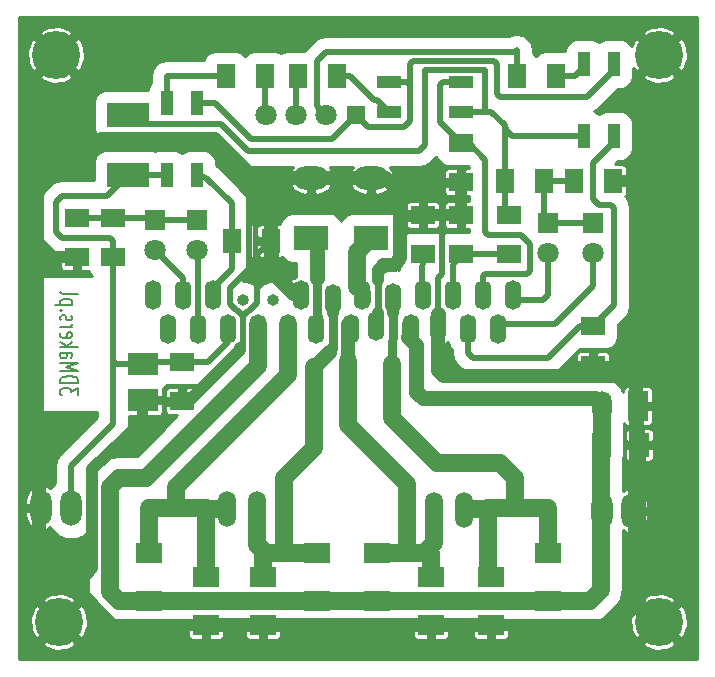
<source format=gbl>
G04 (created by PCBNEW-RS274X (2011-07-08 BZR 3044)-stable) date 2012-09-13 22:12:05*
G01*
G70*
G90*
%MOIN*%
G04 Gerber Fmt 3.4, Leading zero omitted, Abs format*
%FSLAX34Y34*%
G04 APERTURE LIST*
%ADD10C,0.006000*%
%ADD11C,0.007900*%
%ADD12R,0.140000X0.080000*%
%ADD13R,0.080000X0.060000*%
%ADD14R,0.060000X0.080000*%
%ADD15R,0.039400X0.078700*%
%ADD16R,0.078700X0.039400*%
%ADD17R,0.065000X0.100000*%
%ADD18O,0.065000X0.100000*%
%ADD19C,0.160000*%
%ADD20O,0.055100X0.098400*%
%ADD21O,0.039400X0.039400*%
%ADD22R,0.118100X0.078700*%
%ADD23O,0.118100X0.078700*%
%ADD24R,0.098400X0.076800*%
%ADD25R,0.060000X0.060000*%
%ADD26C,0.070900*%
%ADD27R,0.086600X0.070900*%
%ADD28R,0.070900X0.070900*%
%ADD29O,0.070900X0.118700*%
%ADD30O,0.059300X0.118700*%
%ADD31C,0.039400*%
%ADD32C,0.051200*%
%ADD33C,0.019700*%
%ADD34C,0.059100*%
%ADD35C,0.031500*%
%ADD36C,0.023600*%
%ADD37C,0.047200*%
%ADD38C,0.010000*%
G04 APERTURE END LIST*
G54D10*
G54D11*
X11339Y-31148D02*
X11339Y-30904D01*
X11114Y-31035D01*
X11114Y-30979D01*
X11086Y-30941D01*
X11058Y-30923D01*
X11002Y-30904D01*
X10861Y-30904D01*
X10805Y-30923D01*
X10776Y-30941D01*
X10748Y-30979D01*
X10748Y-31091D01*
X10776Y-31129D01*
X10805Y-31148D01*
X10748Y-30735D02*
X11339Y-30735D01*
X11339Y-30641D01*
X11311Y-30585D01*
X11255Y-30548D01*
X11199Y-30529D01*
X11086Y-30510D01*
X11002Y-30510D01*
X10889Y-30529D01*
X10833Y-30548D01*
X10776Y-30585D01*
X10748Y-30641D01*
X10748Y-30735D01*
X10748Y-30341D02*
X11339Y-30341D01*
X10917Y-30210D01*
X11339Y-30079D01*
X10748Y-30079D01*
X10748Y-29722D02*
X11058Y-29722D01*
X11114Y-29741D01*
X11142Y-29779D01*
X11142Y-29854D01*
X11114Y-29891D01*
X10776Y-29722D02*
X10748Y-29760D01*
X10748Y-29854D01*
X10776Y-29891D01*
X10833Y-29910D01*
X10889Y-29910D01*
X10945Y-29891D01*
X10973Y-29854D01*
X10973Y-29760D01*
X11002Y-29722D01*
X10748Y-29535D02*
X11339Y-29535D01*
X10973Y-29498D02*
X10748Y-29385D01*
X11142Y-29385D02*
X10917Y-29535D01*
X10776Y-29066D02*
X10748Y-29104D01*
X10748Y-29179D01*
X10776Y-29216D01*
X10833Y-29235D01*
X11058Y-29235D01*
X11114Y-29216D01*
X11142Y-29179D01*
X11142Y-29104D01*
X11114Y-29066D01*
X11058Y-29047D01*
X11002Y-29047D01*
X10945Y-29235D01*
X10748Y-28878D02*
X11142Y-28878D01*
X11030Y-28878D02*
X11086Y-28859D01*
X11114Y-28841D01*
X11142Y-28803D01*
X11142Y-28766D01*
X10776Y-28653D02*
X10748Y-28615D01*
X10748Y-28540D01*
X10776Y-28503D01*
X10833Y-28484D01*
X10861Y-28484D01*
X10917Y-28503D01*
X10945Y-28540D01*
X10945Y-28597D01*
X10973Y-28634D01*
X11030Y-28653D01*
X11058Y-28653D01*
X11114Y-28634D01*
X11142Y-28597D01*
X11142Y-28540D01*
X11114Y-28503D01*
X10805Y-28315D02*
X10776Y-28296D01*
X10748Y-28315D01*
X10776Y-28334D01*
X10805Y-28315D01*
X10748Y-28315D01*
X11142Y-28127D02*
X10551Y-28127D01*
X11114Y-28127D02*
X11142Y-28090D01*
X11142Y-28015D01*
X11114Y-27977D01*
X11086Y-27958D01*
X11030Y-27940D01*
X10861Y-27940D01*
X10805Y-27958D01*
X10776Y-27977D01*
X10748Y-28015D01*
X10748Y-28090D01*
X10776Y-28127D01*
X10748Y-27715D02*
X10776Y-27752D01*
X10833Y-27771D01*
X11339Y-27771D01*
G54D12*
X13000Y-21800D03*
X13000Y-23800D03*
G54D13*
X25700Y-25150D03*
X25700Y-26450D03*
X22824Y-26444D03*
X22824Y-25144D03*
X24100Y-26450D03*
X24100Y-25150D03*
G54D14*
X17550Y-20500D03*
X16250Y-20500D03*
X18650Y-20500D03*
X19950Y-20500D03*
X25950Y-20500D03*
X27250Y-20500D03*
G54D13*
X28500Y-28850D03*
X28500Y-30150D03*
X24100Y-22750D03*
X24100Y-24050D03*
G54D14*
X16450Y-26000D03*
X17750Y-26000D03*
G54D15*
X28200Y-20100D03*
X29200Y-20100D03*
X29200Y-22500D03*
X28200Y-22500D03*
G54D16*
X21700Y-21700D03*
X21700Y-20700D03*
X24100Y-20700D03*
X24100Y-21700D03*
G54D15*
X14300Y-21400D03*
X15300Y-21400D03*
X15300Y-23800D03*
X14300Y-23800D03*
G54D17*
X30000Y-31500D03*
G54D18*
X28800Y-31500D03*
G54D19*
X10600Y-19800D03*
X30700Y-19800D03*
X30700Y-38700D03*
X10700Y-38700D03*
G54D20*
X13840Y-27813D03*
X14340Y-28927D03*
X14840Y-27813D03*
X15340Y-28927D03*
X15840Y-27813D03*
X16340Y-28927D03*
G54D21*
X16840Y-27970D03*
G54D20*
X17340Y-28927D03*
G54D21*
X17840Y-27970D03*
G54D20*
X18340Y-28927D03*
X18761Y-27813D03*
X19261Y-28927D03*
X19840Y-27930D03*
X20419Y-28927D03*
X20801Y-27813D03*
X21261Y-28848D03*
X21840Y-27892D03*
X22419Y-28927D03*
X22840Y-27813D03*
X23340Y-28848D03*
X23840Y-27813D03*
X24340Y-28927D03*
X24840Y-27813D03*
X25340Y-28927D03*
X25840Y-27813D03*
G54D22*
X19100Y-25900D03*
G54D23*
X19100Y-23900D03*
G54D22*
X21100Y-25900D03*
G54D23*
X21100Y-23900D03*
G54D24*
X13500Y-30100D03*
X13500Y-31300D03*
G54D25*
X20600Y-21800D03*
G54D26*
X19600Y-21800D03*
X18600Y-21800D03*
X17600Y-21800D03*
G54D13*
X12500Y-26550D03*
X12500Y-25250D03*
G54D14*
X30050Y-32800D03*
X28750Y-32800D03*
G54D13*
X14800Y-30050D03*
X14800Y-31350D03*
G54D27*
X25100Y-38790D03*
X25100Y-37210D03*
X27000Y-36410D03*
X27000Y-37990D03*
X21300Y-36410D03*
X21300Y-37990D03*
X19300Y-36410D03*
X19300Y-37990D03*
X17500Y-38790D03*
X17500Y-37210D03*
X13700Y-36410D03*
X13700Y-37990D03*
X15600Y-38790D03*
X15600Y-37210D03*
X23100Y-37210D03*
X23100Y-38790D03*
G54D28*
X13900Y-25300D03*
G54D26*
X13900Y-26300D03*
G54D28*
X15300Y-25300D03*
G54D26*
X15300Y-26300D03*
G54D28*
X28500Y-25400D03*
G54D26*
X28500Y-26400D03*
G54D28*
X27000Y-25400D03*
G54D26*
X27000Y-26400D03*
G54D14*
X27850Y-24000D03*
X29150Y-24000D03*
X25550Y-24000D03*
X26850Y-24000D03*
G54D13*
X11300Y-25250D03*
X11300Y-26550D03*
G54D29*
X28800Y-35000D03*
X29800Y-35000D03*
X10100Y-34900D03*
X11100Y-34900D03*
G54D30*
X16307Y-34935D03*
X17307Y-34935D03*
X23186Y-34959D03*
X24186Y-34959D03*
G54D31*
X22340Y-28770D02*
X22340Y-29220D01*
G54D32*
X22340Y-29220D02*
X22594Y-29474D01*
X22594Y-29474D02*
X22594Y-31024D01*
X22594Y-31024D02*
X22824Y-31254D01*
X22824Y-31254D02*
X28554Y-31254D01*
X28554Y-31254D02*
X28800Y-31500D01*
G54D33*
X28800Y-35000D02*
X28800Y-36000D01*
X28800Y-36000D02*
X28750Y-36000D01*
G54D34*
X19300Y-37990D02*
X13700Y-37990D01*
X28410Y-37990D02*
X27000Y-37990D01*
X28750Y-37650D02*
X28410Y-37990D01*
X28750Y-32800D02*
X28750Y-34950D01*
X28750Y-34950D02*
X28800Y-31500D01*
X28800Y-31500D02*
X28800Y-31500D01*
X12690Y-37990D02*
X13700Y-37990D01*
X12400Y-37700D02*
X12690Y-37990D01*
X12400Y-34200D02*
X12400Y-37700D01*
X12700Y-33900D02*
X12400Y-34200D01*
X13600Y-33900D02*
X12700Y-33900D01*
X27000Y-37990D02*
X21300Y-37990D01*
X21300Y-37990D02*
X19300Y-37990D01*
X17340Y-28770D02*
X17340Y-30160D01*
X17340Y-30160D02*
X13600Y-33900D01*
X28750Y-32800D02*
X28750Y-36000D01*
X28750Y-36000D02*
X28750Y-37650D01*
X17307Y-34935D02*
X17307Y-36127D01*
X17307Y-36127D02*
X17590Y-36410D01*
G54D32*
X19695Y-29705D02*
X19200Y-30200D01*
G54D34*
X17500Y-36500D02*
X17590Y-36410D01*
X17500Y-37210D02*
X17500Y-36500D01*
X17590Y-36410D02*
X18010Y-36410D01*
X18010Y-36410D02*
X19300Y-36410D01*
G54D31*
X19836Y-28400D02*
X19840Y-28400D01*
X19800Y-29600D02*
X19695Y-29705D01*
X19840Y-28396D02*
X19836Y-28400D01*
G54D35*
X19840Y-28400D02*
X19840Y-29560D01*
G54D31*
X19840Y-27970D02*
X19840Y-28396D01*
G54D36*
X19840Y-29560D02*
X19800Y-29600D01*
G54D34*
X18200Y-36220D02*
X18010Y-36410D01*
X18200Y-33900D02*
X18200Y-36220D01*
X19200Y-32900D02*
X18200Y-33900D01*
X19200Y-30200D02*
X19200Y-32900D01*
X16307Y-34935D02*
X15635Y-34935D01*
X15635Y-34935D02*
X15600Y-34900D01*
X14600Y-34200D02*
X14600Y-34900D01*
X18340Y-30460D02*
X14600Y-34200D01*
X18340Y-28770D02*
X18340Y-30460D01*
X15600Y-34900D02*
X15600Y-35000D01*
X15600Y-35000D02*
X15600Y-34900D01*
X15600Y-34900D02*
X14600Y-34900D01*
X14600Y-34900D02*
X13700Y-34900D01*
X13700Y-34900D02*
X13700Y-36410D01*
X15600Y-37210D02*
X15600Y-34900D01*
X25000Y-34935D02*
X24210Y-34935D01*
X24210Y-34935D02*
X24186Y-34959D01*
X21799Y-30099D02*
X21799Y-31893D01*
X21799Y-31893D02*
X21796Y-31896D01*
X21796Y-31896D02*
X23300Y-33400D01*
G54D35*
X21840Y-28400D02*
X21799Y-30216D01*
G54D34*
X25400Y-33400D02*
X25900Y-33900D01*
G54D31*
X21840Y-28400D02*
X21840Y-27970D01*
G54D34*
X25900Y-33900D02*
X25900Y-34900D01*
G54D35*
X21800Y-29500D02*
X21799Y-30099D01*
G54D34*
X23300Y-33400D02*
X25400Y-33400D01*
G54D35*
X21799Y-30216D02*
X21800Y-29500D01*
G54D34*
X25900Y-34900D02*
X27000Y-34900D01*
X27000Y-34900D02*
X27000Y-36410D01*
X25000Y-37110D02*
X25100Y-37210D01*
X25000Y-34900D02*
X25000Y-34935D01*
X25000Y-34935D02*
X25000Y-37110D01*
X25000Y-34900D02*
X25900Y-34900D01*
X23186Y-34959D02*
X23186Y-36075D01*
X23186Y-36075D02*
X22851Y-36410D01*
X22300Y-34100D02*
X22300Y-36410D01*
X22300Y-36410D02*
X22851Y-36410D01*
X22851Y-36410D02*
X23090Y-36410D01*
X23090Y-36410D02*
X23100Y-36420D01*
X23100Y-36420D02*
X23100Y-37210D01*
X21300Y-36410D02*
X22300Y-36410D01*
X20340Y-32140D02*
X20340Y-30008D01*
G54D37*
X20340Y-28770D02*
X20340Y-30008D01*
G54D34*
X20340Y-32140D02*
X22300Y-34100D01*
G54D33*
X24840Y-27160D02*
X24900Y-27100D01*
X24900Y-25700D02*
X24900Y-23300D01*
X26400Y-26100D02*
X26100Y-25800D01*
X26100Y-25800D02*
X25000Y-25800D01*
X25000Y-25800D02*
X24900Y-25700D01*
X26400Y-27000D02*
X26400Y-26100D01*
X24900Y-23300D02*
X24350Y-22750D01*
X24350Y-22750D02*
X24100Y-22750D01*
X24840Y-27970D02*
X24840Y-27160D01*
X23500Y-20700D02*
X23400Y-20800D01*
X23400Y-20800D02*
X23400Y-22050D01*
X23400Y-22050D02*
X24100Y-22750D01*
X24100Y-20700D02*
X23500Y-20700D01*
X24900Y-27100D02*
X26300Y-27100D01*
X26300Y-27100D02*
X26400Y-27000D01*
X15300Y-23800D02*
X15600Y-23900D01*
X15840Y-27970D02*
X15840Y-27560D01*
X15600Y-23900D02*
X16450Y-24750D01*
X16450Y-26950D02*
X16450Y-26000D01*
X15840Y-27560D02*
X16450Y-26950D01*
X16450Y-24750D02*
X16450Y-26000D01*
G54D32*
X19296Y-27228D02*
X19296Y-26096D01*
G54D35*
X19340Y-28494D02*
X19296Y-28450D01*
X19296Y-28450D02*
X19296Y-27228D01*
X19340Y-28770D02*
X19340Y-28494D01*
G54D32*
X19296Y-26096D02*
X19100Y-25900D01*
G54D35*
X19296Y-26096D02*
X19100Y-25900D01*
G54D34*
X19340Y-26140D02*
X19100Y-25900D01*
G54D31*
X19340Y-26140D02*
X19100Y-25900D01*
X19340Y-26140D02*
X19100Y-25900D01*
G54D32*
X20840Y-27970D02*
X20840Y-27730D01*
X20840Y-27730D02*
X20644Y-27534D01*
G54D34*
X20644Y-27534D02*
X20644Y-26356D01*
X20644Y-26356D02*
X21100Y-25900D01*
G54D33*
X21000Y-22200D02*
X20600Y-21800D01*
X29200Y-20100D02*
X29200Y-20300D01*
X15900Y-21400D02*
X17100Y-22600D01*
X22500Y-20000D02*
X22400Y-20100D01*
X22400Y-20900D02*
X22400Y-22000D01*
X22300Y-20700D02*
X22400Y-20800D01*
X25400Y-21200D02*
X25300Y-21100D01*
X25300Y-20100D02*
X25200Y-20000D01*
X22400Y-20800D02*
X22400Y-20900D01*
X22400Y-22000D02*
X22200Y-22200D01*
X22400Y-20100D02*
X22400Y-20900D01*
X22200Y-22200D02*
X21000Y-22200D01*
X19800Y-22600D02*
X20600Y-21800D01*
X21700Y-20700D02*
X22300Y-20700D01*
X15300Y-21400D02*
X15900Y-21400D01*
X29200Y-20300D02*
X28300Y-21200D01*
X28300Y-21200D02*
X25400Y-21200D01*
X17100Y-22600D02*
X19800Y-22600D01*
X25300Y-21100D02*
X25300Y-20100D01*
X25200Y-20000D02*
X22500Y-20000D01*
G54D32*
X17750Y-26000D02*
X17750Y-27010D01*
X18484Y-27744D02*
X18484Y-27724D01*
X17750Y-27010D02*
X18484Y-27744D01*
G54D31*
X18840Y-27970D02*
X18730Y-27970D01*
X18730Y-27970D02*
X18484Y-27724D01*
G54D32*
X23340Y-28770D02*
X23340Y-28428D01*
X23336Y-28424D02*
X23340Y-28424D01*
X23340Y-28428D02*
X23336Y-28424D01*
G54D31*
X14800Y-31350D02*
X15039Y-31350D01*
X16745Y-29644D02*
X16745Y-29585D01*
X15039Y-31350D02*
X16745Y-29644D01*
G54D33*
X16842Y-28492D02*
X16816Y-28492D01*
X17044Y-26934D02*
X17044Y-23744D01*
X16400Y-27578D02*
X17044Y-26934D01*
X16400Y-28106D02*
X16400Y-27578D01*
X16610Y-28316D02*
X16400Y-28106D01*
X16640Y-28316D02*
X16610Y-28316D01*
X16816Y-28492D02*
X16640Y-28316D01*
X16842Y-28612D02*
X16842Y-28492D01*
X16842Y-29488D02*
X16842Y-28612D01*
X16745Y-29585D02*
X16842Y-29488D01*
X17308Y-26442D02*
X17750Y-26000D01*
X17308Y-28068D02*
X17308Y-26442D01*
X17040Y-28336D02*
X17308Y-28068D01*
X16998Y-28336D02*
X17040Y-28336D01*
X16842Y-28492D02*
X16998Y-28336D01*
X23340Y-28424D02*
X23340Y-27226D01*
X23462Y-27104D02*
X23462Y-25142D01*
X23340Y-27226D02*
X23462Y-27104D01*
X14800Y-31350D02*
X13550Y-31350D01*
G54D31*
X11803Y-36897D02*
X11250Y-37550D01*
X11803Y-33597D02*
X11803Y-36897D01*
X13400Y-32100D02*
X11803Y-33597D01*
G54D33*
X13400Y-31500D02*
X13400Y-32100D01*
X13550Y-31350D02*
X13400Y-31500D01*
G54D31*
X12100Y-22600D02*
X10200Y-22600D01*
X10200Y-22600D02*
X10000Y-22800D01*
X10000Y-22800D02*
X10000Y-27100D01*
X10000Y-27100D02*
X10000Y-31800D01*
X12490Y-38790D02*
X15600Y-38790D01*
X10000Y-31800D02*
X10000Y-36300D01*
X10000Y-36300D02*
X11250Y-37550D01*
X11250Y-37550D02*
X12490Y-38790D01*
X24100Y-25150D02*
X23462Y-25142D01*
X23462Y-25142D02*
X22824Y-25144D01*
X22824Y-25144D02*
X22950Y-25200D01*
X22950Y-25200D02*
X22060Y-25170D01*
X11300Y-26550D02*
X10550Y-26550D01*
X29150Y-24000D02*
X29800Y-24000D01*
X29800Y-24000D02*
X29900Y-24100D01*
X29900Y-24100D02*
X29900Y-30500D01*
X21340Y-27300D02*
X21340Y-26960D01*
X21340Y-26960D02*
X21500Y-26800D01*
X21340Y-28400D02*
X21340Y-28770D01*
G54D36*
X21340Y-28400D02*
X21340Y-27300D01*
X21340Y-26960D02*
X21500Y-26800D01*
G54D37*
X21500Y-26800D02*
X21900Y-26800D01*
X21900Y-26800D02*
X22060Y-26570D01*
X22060Y-26570D02*
X22060Y-25170D01*
X22060Y-25170D02*
X22034Y-24374D01*
X22034Y-24374D02*
X21600Y-23900D01*
X21600Y-23900D02*
X21100Y-23900D01*
X12100Y-22600D02*
X12100Y-22600D01*
X15900Y-22600D02*
X17044Y-23744D01*
X12100Y-22600D02*
X13800Y-22600D01*
X13800Y-22600D02*
X15900Y-22600D01*
X17044Y-23744D02*
X17750Y-24450D01*
X17750Y-26000D02*
X17750Y-24450D01*
X17750Y-24450D02*
X17750Y-24050D01*
X15600Y-38790D02*
X17500Y-38790D01*
X17500Y-38790D02*
X23100Y-38790D01*
X23100Y-38790D02*
X25100Y-38790D01*
X19100Y-23900D02*
X21100Y-23900D01*
X17750Y-24050D02*
X17900Y-23900D01*
G54D31*
X29310Y-38790D02*
X30050Y-38050D01*
X25100Y-38790D02*
X29310Y-38790D01*
X30050Y-34950D02*
X30000Y-31500D01*
X30050Y-32800D02*
X30050Y-34950D01*
X29900Y-34800D02*
X30000Y-31500D01*
X29900Y-30500D02*
X29900Y-34800D01*
G54D37*
X23500Y-30500D02*
X29900Y-30500D01*
X23340Y-28770D02*
X23340Y-30340D01*
X23340Y-30340D02*
X23500Y-30500D01*
G54D31*
X24100Y-24050D02*
X24100Y-25150D01*
X10550Y-26550D02*
X10000Y-27100D01*
X30050Y-38050D02*
X30050Y-32800D01*
G54D37*
X17900Y-23900D02*
X19100Y-23900D01*
G54D33*
X15340Y-28770D02*
X15340Y-26340D01*
X15340Y-26340D02*
X15300Y-26300D01*
X19300Y-20000D02*
X19300Y-21500D01*
X19300Y-21500D02*
X19600Y-21800D01*
X19600Y-19700D02*
X19300Y-20000D01*
X25950Y-20500D02*
X25950Y-19650D01*
X25900Y-19700D02*
X19600Y-19700D01*
X25950Y-19650D02*
X25900Y-19700D01*
X17550Y-20500D02*
X17550Y-21750D01*
X17550Y-21750D02*
X17600Y-21800D01*
X14840Y-27240D02*
X13900Y-26300D01*
X14840Y-27970D02*
X14840Y-27240D01*
X11300Y-25250D02*
X12500Y-25250D01*
X13850Y-25250D02*
X13900Y-25300D01*
X12500Y-25250D02*
X13850Y-25250D01*
X15300Y-25300D02*
X13900Y-25300D01*
X26830Y-27970D02*
X27000Y-27800D01*
X27000Y-27800D02*
X27000Y-26400D01*
X25840Y-27970D02*
X26830Y-27970D01*
X22778Y-27908D02*
X22840Y-27970D01*
X22824Y-26444D02*
X22778Y-27908D01*
X29200Y-28150D02*
X28500Y-28850D01*
X24500Y-29900D02*
X27000Y-29900D01*
X29100Y-24800D02*
X29200Y-24900D01*
X28700Y-24800D02*
X29100Y-24800D01*
X24340Y-29740D02*
X24500Y-29900D01*
X28500Y-23400D02*
X28500Y-24600D01*
X29200Y-22700D02*
X28500Y-23400D01*
X27000Y-29900D02*
X28050Y-28850D01*
X24340Y-28770D02*
X24340Y-29740D01*
X29200Y-24900D02*
X29200Y-28150D01*
X28050Y-28850D02*
X28500Y-28850D01*
X28500Y-24600D02*
X28700Y-24800D01*
X29200Y-22500D02*
X29200Y-22700D01*
X19950Y-20500D02*
X20400Y-20500D01*
X20400Y-20500D02*
X21200Y-21300D01*
X21200Y-21300D02*
X21300Y-21300D01*
X21300Y-21300D02*
X21700Y-21700D01*
X27250Y-20500D02*
X27900Y-20500D01*
X28200Y-20200D02*
X28200Y-20100D01*
X27900Y-20500D02*
X28200Y-20200D01*
X28500Y-27500D02*
X28500Y-26400D01*
X27230Y-28770D02*
X28500Y-27500D01*
X25340Y-28770D02*
X27230Y-28770D01*
X18600Y-20550D02*
X18650Y-20500D01*
X18600Y-21800D02*
X18600Y-20550D01*
X14300Y-20500D02*
X14300Y-21400D01*
X16250Y-20500D02*
X14300Y-20500D01*
X27000Y-25400D02*
X28500Y-25400D01*
X26850Y-24000D02*
X26850Y-25250D01*
X27850Y-24000D02*
X26850Y-24000D01*
X26850Y-25250D02*
X27000Y-25400D01*
X23840Y-26810D02*
X23840Y-27970D01*
X24100Y-26450D02*
X23840Y-26810D01*
X25700Y-26450D02*
X24100Y-26450D01*
X13500Y-22100D02*
X13000Y-21800D01*
X13500Y-30100D02*
X12600Y-30100D01*
X12600Y-30100D02*
X12500Y-30000D01*
X14800Y-30050D02*
X13550Y-30050D01*
X13550Y-30050D02*
X13500Y-30100D01*
X16340Y-28770D02*
X16340Y-29360D01*
X15650Y-30050D02*
X14800Y-30050D01*
X16340Y-29360D02*
X15650Y-30050D01*
X12500Y-30000D02*
X12500Y-32100D01*
X12500Y-32100D02*
X11100Y-33500D01*
X11100Y-33500D02*
X11100Y-34900D01*
X25800Y-22500D02*
X25550Y-22250D01*
X24100Y-21700D02*
X24900Y-21700D01*
X24900Y-21700D02*
X25100Y-21700D01*
X12500Y-26550D02*
X12500Y-30000D01*
X25550Y-22250D02*
X25550Y-24000D01*
X25100Y-21700D02*
X25550Y-22150D01*
X25550Y-24000D02*
X25550Y-25000D01*
X25550Y-25000D02*
X25700Y-25150D01*
X28200Y-22500D02*
X25800Y-22500D01*
X22900Y-20300D02*
X22900Y-22800D01*
X22900Y-22800D02*
X22700Y-23000D01*
X22700Y-23000D02*
X17000Y-23000D01*
X17000Y-23000D02*
X16100Y-22100D01*
X24900Y-21700D02*
X24900Y-20300D01*
X12500Y-26000D02*
X12400Y-25900D01*
X12400Y-25900D02*
X10800Y-25900D01*
X10800Y-25900D02*
X10600Y-25700D01*
X10600Y-25700D02*
X10600Y-24700D01*
X10600Y-24700D02*
X10800Y-24500D01*
X10800Y-24500D02*
X12300Y-24500D01*
X12300Y-24500D02*
X13000Y-23800D01*
X12500Y-26550D02*
X12500Y-26000D01*
X13200Y-23800D02*
X13000Y-23800D01*
X14300Y-23800D02*
X13200Y-23800D01*
X24900Y-20300D02*
X22900Y-20300D01*
X25550Y-22150D02*
X25550Y-22250D01*
X16100Y-22100D02*
X13500Y-22100D01*
G54D10*
G36*
X15998Y-30456D02*
X15368Y-31086D01*
X15368Y-31017D01*
X15343Y-30955D01*
X15295Y-30908D01*
X15234Y-30882D01*
X15167Y-30882D01*
X14949Y-30882D01*
X14907Y-30924D01*
X14907Y-31193D01*
X14907Y-31243D01*
X14907Y-31457D01*
X14693Y-31457D01*
X14693Y-31243D01*
X14693Y-30924D01*
X14651Y-30882D01*
X14433Y-30882D01*
X14366Y-30882D01*
X14305Y-30908D01*
X14257Y-30955D01*
X14232Y-31017D01*
X14232Y-31201D01*
X14274Y-31243D01*
X14693Y-31243D01*
X14693Y-31457D01*
X14643Y-31457D01*
X14274Y-31457D01*
X14232Y-31499D01*
X14232Y-31683D01*
X14257Y-31745D01*
X14305Y-31792D01*
X14366Y-31818D01*
X14433Y-31818D01*
X14636Y-31818D01*
X14160Y-32294D01*
X14160Y-31717D01*
X14160Y-31449D01*
X14118Y-31407D01*
X13607Y-31407D01*
X13607Y-31810D01*
X13649Y-31852D01*
X13959Y-31852D01*
X14026Y-31852D01*
X14087Y-31826D01*
X14135Y-31779D01*
X14160Y-31717D01*
X14160Y-32294D01*
X13293Y-33161D01*
X12700Y-33161D01*
X12417Y-33217D01*
X12177Y-33377D01*
X12175Y-33379D01*
X11877Y-33677D01*
X11717Y-33917D01*
X11677Y-34111D01*
X11642Y-34076D01*
X11642Y-33724D01*
X12883Y-32484D01*
X12883Y-32483D01*
X13000Y-32309D01*
X13000Y-32308D01*
X13001Y-32307D01*
X13041Y-32101D01*
X13042Y-32100D01*
X13042Y-31852D01*
X13351Y-31852D01*
X13393Y-31810D01*
X13393Y-31457D01*
X13393Y-31407D01*
X13393Y-31193D01*
X13607Y-31193D01*
X13657Y-31193D01*
X14118Y-31193D01*
X14160Y-31151D01*
X14160Y-30894D01*
X14243Y-30860D01*
X14310Y-30792D01*
X14312Y-30793D01*
X14488Y-30793D01*
X15288Y-30793D01*
X15451Y-30726D01*
X15575Y-30601D01*
X15578Y-30592D01*
X15650Y-30592D01*
X15857Y-30551D01*
X15858Y-30551D01*
X15998Y-30456D01*
X15998Y-30456D01*
G37*
G54D38*
X15998Y-30456D02*
X15368Y-31086D01*
X15368Y-31017D01*
X15343Y-30955D01*
X15295Y-30908D01*
X15234Y-30882D01*
X15167Y-30882D01*
X14949Y-30882D01*
X14907Y-30924D01*
X14907Y-31193D01*
X14907Y-31243D01*
X14907Y-31457D01*
X14693Y-31457D01*
X14693Y-31243D01*
X14693Y-30924D01*
X14651Y-30882D01*
X14433Y-30882D01*
X14366Y-30882D01*
X14305Y-30908D01*
X14257Y-30955D01*
X14232Y-31017D01*
X14232Y-31201D01*
X14274Y-31243D01*
X14693Y-31243D01*
X14693Y-31457D01*
X14643Y-31457D01*
X14274Y-31457D01*
X14232Y-31499D01*
X14232Y-31683D01*
X14257Y-31745D01*
X14305Y-31792D01*
X14366Y-31818D01*
X14433Y-31818D01*
X14636Y-31818D01*
X14160Y-32294D01*
X14160Y-31717D01*
X14160Y-31449D01*
X14118Y-31407D01*
X13607Y-31407D01*
X13607Y-31810D01*
X13649Y-31852D01*
X13959Y-31852D01*
X14026Y-31852D01*
X14087Y-31826D01*
X14135Y-31779D01*
X14160Y-31717D01*
X14160Y-32294D01*
X13293Y-33161D01*
X12700Y-33161D01*
X12417Y-33217D01*
X12177Y-33377D01*
X12175Y-33379D01*
X11877Y-33677D01*
X11717Y-33917D01*
X11677Y-34111D01*
X11642Y-34076D01*
X11642Y-33724D01*
X12883Y-32484D01*
X12883Y-32483D01*
X13000Y-32309D01*
X13000Y-32308D01*
X13001Y-32307D01*
X13041Y-32101D01*
X13042Y-32100D01*
X13042Y-31852D01*
X13351Y-31852D01*
X13393Y-31810D01*
X13393Y-31457D01*
X13393Y-31407D01*
X13393Y-31193D01*
X13607Y-31193D01*
X13657Y-31193D01*
X14118Y-31193D01*
X14160Y-31151D01*
X14160Y-30894D01*
X14243Y-30860D01*
X14310Y-30792D01*
X14312Y-30793D01*
X14488Y-30793D01*
X15288Y-30793D01*
X15451Y-30726D01*
X15575Y-30601D01*
X15578Y-30592D01*
X15650Y-30592D01*
X15857Y-30551D01*
X15858Y-30551D01*
X15998Y-30456D01*
G54D10*
G36*
X22040Y-26976D02*
X21980Y-26952D01*
X21700Y-26952D01*
X21441Y-27059D01*
X21383Y-27116D01*
X21383Y-26736D01*
X21778Y-26736D01*
X21941Y-26669D01*
X21981Y-26628D01*
X21981Y-26832D01*
X22040Y-26976D01*
X22040Y-26976D01*
G37*
G54D38*
X22040Y-26976D02*
X21980Y-26952D01*
X21700Y-26952D01*
X21441Y-27059D01*
X21383Y-27116D01*
X21383Y-26736D01*
X21778Y-26736D01*
X21941Y-26669D01*
X21981Y-26628D01*
X21981Y-26832D01*
X22040Y-26976D01*
G54D10*
G36*
X31950Y-39950D02*
X31660Y-39950D01*
X31660Y-38820D01*
X31660Y-19920D01*
X31633Y-19544D01*
X31541Y-19321D01*
X31425Y-19226D01*
X31274Y-19377D01*
X31274Y-19075D01*
X31179Y-18959D01*
X30820Y-18840D01*
X30444Y-18867D01*
X30221Y-18959D01*
X30126Y-19075D01*
X30700Y-19649D01*
X31274Y-19075D01*
X31274Y-19377D01*
X30851Y-19800D01*
X31425Y-20374D01*
X31541Y-20279D01*
X31660Y-19920D01*
X31660Y-38820D01*
X31633Y-38444D01*
X31541Y-38221D01*
X31425Y-38126D01*
X31274Y-38277D01*
X31274Y-37975D01*
X31274Y-20525D01*
X30700Y-19951D01*
X30549Y-20102D01*
X30549Y-19800D01*
X29975Y-19226D01*
X29859Y-19321D01*
X29795Y-19511D01*
X29773Y-19456D01*
X29648Y-19332D01*
X29485Y-19264D01*
X29309Y-19264D01*
X28915Y-19264D01*
X28752Y-19331D01*
X28699Y-19383D01*
X28648Y-19332D01*
X28485Y-19264D01*
X28309Y-19264D01*
X27915Y-19264D01*
X27752Y-19331D01*
X27628Y-19456D01*
X27560Y-19619D01*
X27560Y-19657D01*
X27462Y-19657D01*
X26862Y-19657D01*
X26699Y-19724D01*
X26600Y-19823D01*
X26501Y-19725D01*
X26492Y-19721D01*
X26492Y-19650D01*
X26451Y-19443D01*
X26333Y-19267D01*
X26157Y-19149D01*
X25950Y-19108D01*
X25743Y-19149D01*
X25729Y-19158D01*
X19600Y-19158D01*
X19393Y-19199D01*
X19217Y-19317D01*
X18917Y-19617D01*
X18890Y-19657D01*
X18862Y-19657D01*
X18262Y-19657D01*
X18099Y-19724D01*
X18098Y-19724D01*
X17938Y-19657D01*
X17762Y-19657D01*
X17162Y-19657D01*
X16999Y-19724D01*
X16900Y-19823D01*
X16801Y-19725D01*
X16638Y-19657D01*
X16462Y-19657D01*
X15862Y-19657D01*
X15699Y-19724D01*
X15575Y-19849D01*
X15529Y-19958D01*
X14300Y-19958D01*
X14093Y-19999D01*
X13917Y-20117D01*
X13799Y-20293D01*
X13758Y-20500D01*
X13758Y-20725D01*
X13728Y-20756D01*
X13660Y-20919D01*
X13660Y-20957D01*
X13612Y-20957D01*
X12212Y-20957D01*
X12049Y-21024D01*
X11925Y-21149D01*
X11857Y-21312D01*
X11857Y-21488D01*
X11857Y-22288D01*
X11924Y-22451D01*
X12049Y-22575D01*
X12212Y-22643D01*
X12388Y-22643D01*
X13788Y-22643D01*
X13790Y-22642D01*
X15875Y-22642D01*
X16616Y-23383D01*
X16617Y-23383D01*
X16734Y-23461D01*
X16792Y-23500D01*
X16793Y-23501D01*
X16999Y-23541D01*
X17000Y-23542D01*
X18483Y-23542D01*
X18388Y-23684D01*
X18377Y-23708D01*
X18396Y-23793D01*
X18943Y-23793D01*
X18993Y-23793D01*
X19207Y-23793D01*
X19257Y-23793D01*
X19804Y-23793D01*
X19823Y-23708D01*
X19812Y-23684D01*
X19716Y-23542D01*
X20483Y-23542D01*
X20388Y-23684D01*
X20377Y-23708D01*
X20396Y-23793D01*
X20943Y-23793D01*
X20993Y-23793D01*
X21207Y-23793D01*
X21257Y-23793D01*
X21804Y-23793D01*
X21823Y-23708D01*
X21812Y-23684D01*
X21716Y-23542D01*
X22700Y-23542D01*
X22907Y-23501D01*
X22908Y-23501D01*
X23083Y-23383D01*
X23277Y-23189D01*
X23324Y-23301D01*
X23449Y-23425D01*
X23612Y-23493D01*
X23788Y-23493D01*
X24326Y-23493D01*
X24358Y-23524D01*
X24358Y-23582D01*
X24249Y-23582D01*
X24207Y-23624D01*
X24207Y-23893D01*
X24207Y-23943D01*
X24207Y-24157D01*
X24207Y-24207D01*
X24207Y-24476D01*
X24249Y-24518D01*
X24358Y-24518D01*
X24358Y-24682D01*
X24249Y-24682D01*
X24207Y-24724D01*
X24207Y-24993D01*
X24207Y-25043D01*
X24207Y-25257D01*
X24207Y-25307D01*
X24207Y-25576D01*
X24249Y-25618D01*
X24358Y-25618D01*
X24358Y-25700D01*
X24359Y-25707D01*
X23993Y-25707D01*
X23993Y-25576D01*
X23993Y-25257D01*
X23993Y-25043D01*
X23993Y-24724D01*
X23993Y-24476D01*
X23993Y-24157D01*
X23993Y-23943D01*
X23993Y-23624D01*
X23951Y-23582D01*
X23733Y-23582D01*
X23666Y-23582D01*
X23605Y-23608D01*
X23557Y-23655D01*
X23532Y-23717D01*
X23532Y-23901D01*
X23574Y-23943D01*
X23993Y-23943D01*
X23993Y-24157D01*
X23574Y-24157D01*
X23532Y-24199D01*
X23532Y-24383D01*
X23557Y-24445D01*
X23605Y-24492D01*
X23666Y-24518D01*
X23733Y-24518D01*
X23951Y-24518D01*
X23993Y-24476D01*
X23993Y-24724D01*
X23951Y-24682D01*
X23733Y-24682D01*
X23666Y-24682D01*
X23605Y-24708D01*
X23557Y-24755D01*
X23532Y-24817D01*
X23532Y-25001D01*
X23574Y-25043D01*
X23993Y-25043D01*
X23993Y-25257D01*
X23574Y-25257D01*
X23532Y-25299D01*
X23532Y-25483D01*
X23557Y-25545D01*
X23605Y-25592D01*
X23666Y-25618D01*
X23733Y-25618D01*
X23951Y-25618D01*
X23993Y-25576D01*
X23993Y-25707D01*
X23612Y-25707D01*
X23468Y-25766D01*
X23392Y-25734D01*
X23392Y-25477D01*
X23392Y-25293D01*
X23392Y-24995D01*
X23392Y-24811D01*
X23367Y-24749D01*
X23319Y-24702D01*
X23258Y-24676D01*
X23191Y-24676D01*
X22973Y-24676D01*
X22931Y-24718D01*
X22931Y-25037D01*
X23350Y-25037D01*
X23392Y-24995D01*
X23392Y-25293D01*
X23350Y-25251D01*
X22931Y-25251D01*
X22931Y-25570D01*
X22973Y-25612D01*
X23191Y-25612D01*
X23258Y-25612D01*
X23319Y-25586D01*
X23367Y-25539D01*
X23392Y-25477D01*
X23392Y-25734D01*
X23312Y-25701D01*
X23136Y-25701D01*
X22717Y-25701D01*
X22717Y-25570D01*
X22717Y-25251D01*
X22717Y-25037D01*
X22717Y-24718D01*
X22675Y-24676D01*
X22457Y-24676D01*
X22390Y-24676D01*
X22329Y-24702D01*
X22281Y-24749D01*
X22256Y-24811D01*
X22256Y-24995D01*
X22298Y-25037D01*
X22717Y-25037D01*
X22717Y-25251D01*
X22298Y-25251D01*
X22256Y-25293D01*
X22256Y-25477D01*
X22281Y-25539D01*
X22329Y-25586D01*
X22390Y-25612D01*
X22457Y-25612D01*
X22675Y-25612D01*
X22717Y-25570D01*
X22717Y-25701D01*
X22336Y-25701D01*
X22173Y-25768D01*
X22133Y-25808D01*
X22133Y-25419D01*
X22066Y-25256D01*
X21941Y-25132D01*
X21823Y-25082D01*
X21823Y-24092D01*
X21804Y-24007D01*
X21207Y-24007D01*
X21207Y-24409D01*
X21294Y-24458D01*
X21508Y-24417D01*
X21690Y-24297D01*
X21812Y-24116D01*
X21823Y-24092D01*
X21823Y-25082D01*
X21778Y-25064D01*
X21602Y-25064D01*
X20993Y-25064D01*
X20993Y-24409D01*
X20993Y-24007D01*
X20396Y-24007D01*
X20377Y-24092D01*
X20388Y-24116D01*
X20510Y-24297D01*
X20692Y-24417D01*
X20906Y-24458D01*
X20993Y-24409D01*
X20993Y-25064D01*
X20422Y-25064D01*
X20259Y-25131D01*
X20135Y-25256D01*
X20100Y-25339D01*
X20066Y-25256D01*
X19941Y-25132D01*
X19823Y-25082D01*
X19823Y-24092D01*
X19804Y-24007D01*
X19207Y-24007D01*
X19207Y-24409D01*
X19294Y-24458D01*
X19508Y-24417D01*
X19690Y-24297D01*
X19812Y-24116D01*
X19823Y-24092D01*
X19823Y-25082D01*
X19778Y-25064D01*
X19602Y-25064D01*
X18993Y-25064D01*
X18993Y-24409D01*
X18993Y-24007D01*
X18396Y-24007D01*
X18377Y-24092D01*
X18388Y-24116D01*
X18510Y-24297D01*
X18692Y-24417D01*
X18906Y-24458D01*
X18993Y-24409D01*
X18993Y-25064D01*
X18422Y-25064D01*
X18259Y-25131D01*
X18135Y-25256D01*
X18067Y-25419D01*
X18067Y-25432D01*
X17899Y-25432D01*
X17857Y-25474D01*
X17857Y-25843D01*
X17857Y-25893D01*
X17857Y-26107D01*
X17857Y-26157D01*
X17857Y-26526D01*
X17899Y-26568D01*
X18083Y-26568D01*
X18136Y-26546D01*
X18259Y-26668D01*
X18422Y-26736D01*
X18596Y-26736D01*
X18596Y-27191D01*
X18588Y-27189D01*
X18448Y-27282D01*
X18352Y-27426D01*
X18326Y-27555D01*
X18208Y-27437D01*
X17977Y-27341D01*
X17727Y-27341D01*
X17703Y-27341D01*
X17643Y-27365D01*
X17643Y-26526D01*
X17643Y-26107D01*
X17643Y-25893D01*
X17643Y-25474D01*
X17601Y-25432D01*
X17417Y-25432D01*
X17355Y-25457D01*
X17308Y-25505D01*
X17282Y-25566D01*
X17282Y-25633D01*
X17282Y-25851D01*
X17324Y-25893D01*
X17643Y-25893D01*
X17643Y-26107D01*
X17324Y-26107D01*
X17282Y-26149D01*
X17282Y-26367D01*
X17282Y-26434D01*
X17308Y-26495D01*
X17355Y-26543D01*
X17417Y-26568D01*
X17601Y-26568D01*
X17643Y-26526D01*
X17643Y-27365D01*
X17472Y-27437D01*
X17340Y-27569D01*
X17208Y-27437D01*
X16977Y-27341D01*
X16825Y-27341D01*
X16833Y-27334D01*
X16833Y-27333D01*
X16911Y-27216D01*
X16950Y-27158D01*
X16951Y-27157D01*
X16991Y-26950D01*
X16992Y-26950D01*
X16992Y-26779D01*
X17001Y-26776D01*
X17125Y-26651D01*
X17193Y-26488D01*
X17193Y-26312D01*
X17193Y-25512D01*
X17126Y-25349D01*
X17001Y-25225D01*
X16992Y-25221D01*
X16992Y-24750D01*
X16951Y-24543D01*
X16951Y-24542D01*
X16833Y-24367D01*
X15983Y-23517D01*
X15966Y-23505D01*
X15954Y-23490D01*
X15940Y-23481D01*
X15940Y-23319D01*
X15873Y-23156D01*
X15748Y-23032D01*
X15585Y-22964D01*
X15409Y-22964D01*
X15015Y-22964D01*
X14852Y-23031D01*
X14799Y-23083D01*
X14748Y-23032D01*
X14585Y-22964D01*
X14409Y-22964D01*
X14015Y-22964D01*
X13909Y-23007D01*
X13788Y-22957D01*
X13612Y-22957D01*
X12212Y-22957D01*
X12049Y-23024D01*
X11925Y-23149D01*
X11857Y-23312D01*
X11857Y-23488D01*
X11857Y-23958D01*
X11560Y-23958D01*
X11560Y-19920D01*
X11533Y-19544D01*
X11441Y-19321D01*
X11325Y-19226D01*
X11174Y-19377D01*
X11174Y-19075D01*
X11079Y-18959D01*
X10720Y-18840D01*
X10344Y-18867D01*
X10121Y-18959D01*
X10026Y-19075D01*
X10600Y-19649D01*
X11174Y-19075D01*
X11174Y-19377D01*
X10751Y-19800D01*
X11325Y-20374D01*
X11441Y-20279D01*
X11560Y-19920D01*
X11560Y-23958D01*
X11174Y-23958D01*
X11174Y-20525D01*
X10600Y-19951D01*
X10449Y-20102D01*
X10449Y-19800D01*
X09875Y-19226D01*
X09759Y-19321D01*
X09640Y-19680D01*
X09667Y-20056D01*
X09759Y-20279D01*
X09875Y-20374D01*
X10449Y-19800D01*
X10449Y-20102D01*
X10026Y-20525D01*
X10121Y-20641D01*
X10480Y-20760D01*
X10856Y-20733D01*
X11079Y-20641D01*
X11174Y-20525D01*
X11174Y-23958D01*
X10800Y-23958D01*
X10593Y-23999D01*
X10534Y-24038D01*
X10416Y-24117D01*
X10217Y-24317D01*
X10099Y-24492D01*
X10058Y-24700D01*
X10058Y-25700D01*
X10099Y-25908D01*
X10217Y-26083D01*
X10416Y-26283D01*
X10417Y-26283D01*
X10534Y-26361D01*
X10592Y-26400D01*
X10593Y-26401D01*
X10766Y-26435D01*
X10774Y-26443D01*
X11143Y-26443D01*
X11193Y-26443D01*
X11407Y-26443D01*
X11407Y-26657D01*
X11407Y-26707D01*
X11407Y-26976D01*
X11449Y-27018D01*
X11667Y-27018D01*
X11689Y-27018D01*
X11724Y-27101D01*
X11800Y-27177D01*
X11193Y-27177D01*
X11193Y-26976D01*
X11193Y-26657D01*
X10774Y-26657D01*
X10732Y-26699D01*
X10732Y-26883D01*
X10757Y-26945D01*
X10805Y-26992D01*
X10866Y-27018D01*
X10933Y-27018D01*
X11151Y-27018D01*
X11193Y-26976D01*
X11193Y-27177D01*
X10090Y-27177D01*
X10090Y-31688D01*
X11958Y-31688D01*
X11958Y-31875D01*
X10717Y-33117D01*
X10599Y-33292D01*
X10558Y-33500D01*
X10558Y-34076D01*
X10437Y-34197D01*
X10413Y-34253D01*
X10285Y-34174D01*
X10207Y-34194D01*
X10207Y-34743D01*
X10207Y-34793D01*
X10207Y-35007D01*
X10207Y-35057D01*
X10207Y-35606D01*
X10285Y-35626D01*
X10413Y-35546D01*
X10436Y-35602D01*
X10656Y-35822D01*
X10944Y-35942D01*
X11255Y-35942D01*
X11543Y-35823D01*
X11661Y-35705D01*
X11661Y-37695D01*
X11660Y-37700D01*
X11717Y-37983D01*
X11877Y-38223D01*
X12165Y-38510D01*
X12167Y-38513D01*
X12407Y-38673D01*
X12690Y-38730D01*
X12690Y-38729D01*
X12694Y-38729D01*
X13039Y-38729D01*
X13179Y-38787D01*
X13355Y-38787D01*
X14221Y-38787D01*
X14362Y-38729D01*
X18639Y-38729D01*
X18779Y-38787D01*
X18955Y-38787D01*
X19821Y-38787D01*
X19962Y-38729D01*
X20639Y-38729D01*
X20779Y-38787D01*
X20955Y-38787D01*
X21821Y-38787D01*
X21962Y-38729D01*
X26339Y-38729D01*
X26479Y-38787D01*
X26655Y-38787D01*
X27521Y-38787D01*
X27662Y-38729D01*
X28405Y-38729D01*
X28410Y-38730D01*
X28410Y-38729D01*
X28693Y-38673D01*
X28933Y-38513D01*
X29270Y-38174D01*
X29272Y-38173D01*
X29273Y-38173D01*
X29432Y-37933D01*
X29433Y-37933D01*
X29479Y-37697D01*
X29489Y-37651D01*
X29488Y-37650D01*
X29489Y-37650D01*
X29489Y-36000D01*
X29489Y-35647D01*
X29615Y-35726D01*
X29693Y-35706D01*
X29693Y-35157D01*
X29693Y-35107D01*
X29693Y-34893D01*
X29693Y-34843D01*
X29693Y-34294D01*
X29615Y-34274D01*
X29497Y-34346D01*
X29529Y-32085D01*
X29533Y-32095D01*
X29580Y-32143D01*
X29642Y-32168D01*
X29851Y-32168D01*
X29893Y-32126D01*
X29893Y-31657D01*
X29893Y-31607D01*
X29893Y-31393D01*
X29893Y-31343D01*
X29893Y-30874D01*
X29851Y-30832D01*
X29642Y-30832D01*
X29580Y-30857D01*
X29533Y-30905D01*
X29507Y-30966D01*
X29507Y-31033D01*
X29507Y-31043D01*
X29440Y-30881D01*
X29228Y-30668D01*
X29009Y-30577D01*
X29043Y-30545D01*
X29068Y-30483D01*
X29068Y-30299D01*
X29068Y-30001D01*
X29068Y-29817D01*
X29043Y-29755D01*
X28995Y-29708D01*
X28934Y-29682D01*
X28867Y-29682D01*
X28649Y-29682D01*
X28607Y-29724D01*
X28607Y-30043D01*
X29026Y-30043D01*
X29068Y-30001D01*
X29068Y-30299D01*
X29026Y-30257D01*
X28657Y-30257D01*
X28607Y-30257D01*
X28393Y-30257D01*
X28393Y-30043D01*
X28393Y-29724D01*
X28351Y-29682D01*
X28133Y-29682D01*
X28066Y-29682D01*
X28005Y-29708D01*
X27957Y-29755D01*
X27932Y-29817D01*
X27932Y-30001D01*
X27974Y-30043D01*
X28393Y-30043D01*
X28393Y-30257D01*
X28343Y-30257D01*
X27974Y-30257D01*
X27932Y-30299D01*
X27932Y-30483D01*
X27957Y-30545D01*
X27966Y-30554D01*
X23294Y-30554D01*
X23294Y-29474D01*
X23241Y-29206D01*
X23233Y-29194D01*
X23233Y-29005D01*
X23233Y-28955D01*
X23233Y-28741D01*
X23447Y-28741D01*
X23447Y-28955D01*
X23447Y-29005D01*
X23447Y-29451D01*
X23513Y-29472D01*
X23653Y-29379D01*
X23661Y-29366D01*
X23742Y-29561D01*
X23798Y-29617D01*
X23798Y-29740D01*
X23839Y-29948D01*
X23957Y-30123D01*
X24117Y-30283D01*
X24292Y-30400D01*
X24293Y-30401D01*
X24500Y-30442D01*
X27000Y-30442D01*
X27207Y-30401D01*
X27208Y-30401D01*
X27383Y-30283D01*
X28073Y-29593D01*
X28188Y-29593D01*
X28988Y-29593D01*
X29151Y-29526D01*
X29275Y-29401D01*
X29343Y-29238D01*
X29343Y-29062D01*
X29343Y-28773D01*
X29583Y-28534D01*
X29583Y-28533D01*
X29700Y-28359D01*
X29700Y-28358D01*
X29701Y-28357D01*
X29741Y-28151D01*
X29742Y-28150D01*
X29742Y-24900D01*
X29701Y-24693D01*
X29700Y-24692D01*
X29661Y-24634D01*
X29583Y-24517D01*
X29583Y-24516D01*
X29577Y-24510D01*
X29592Y-24495D01*
X29618Y-24434D01*
X29618Y-24367D01*
X29618Y-24149D01*
X29576Y-24107D01*
X29307Y-24107D01*
X29257Y-24107D01*
X29043Y-24107D01*
X29043Y-23893D01*
X29257Y-23893D01*
X29307Y-23893D01*
X29576Y-23893D01*
X29618Y-23851D01*
X29618Y-23633D01*
X29618Y-23566D01*
X29592Y-23505D01*
X29545Y-23457D01*
X29483Y-23432D01*
X29307Y-23432D01*
X29299Y-23432D01*
X29234Y-23432D01*
X29330Y-23336D01*
X29485Y-23336D01*
X29648Y-23269D01*
X29772Y-23144D01*
X29840Y-22981D01*
X29840Y-22805D01*
X29840Y-22019D01*
X29773Y-21856D01*
X29648Y-21732D01*
X29485Y-21664D01*
X29309Y-21664D01*
X28915Y-21664D01*
X28752Y-21731D01*
X28699Y-21783D01*
X28648Y-21732D01*
X28533Y-21684D01*
X28683Y-21583D01*
X29330Y-20936D01*
X29485Y-20936D01*
X29648Y-20869D01*
X29772Y-20744D01*
X29840Y-20581D01*
X29840Y-20405D01*
X29840Y-20232D01*
X29859Y-20279D01*
X29975Y-20374D01*
X30549Y-19800D01*
X30549Y-20102D01*
X30126Y-20525D01*
X30221Y-20641D01*
X30580Y-20760D01*
X30956Y-20733D01*
X31179Y-20641D01*
X31274Y-20525D01*
X31274Y-37975D01*
X31179Y-37859D01*
X30820Y-37740D01*
X30518Y-37761D01*
X30518Y-33234D01*
X30518Y-33167D01*
X30518Y-32949D01*
X30518Y-32651D01*
X30518Y-32433D01*
X30518Y-32366D01*
X30493Y-32307D01*
X30493Y-32034D01*
X30493Y-31967D01*
X30493Y-31649D01*
X30493Y-31351D01*
X30493Y-31033D01*
X30493Y-30966D01*
X30467Y-30905D01*
X30420Y-30857D01*
X30358Y-30832D01*
X30149Y-30832D01*
X30107Y-30874D01*
X30107Y-31393D01*
X30451Y-31393D01*
X30493Y-31351D01*
X30493Y-31649D01*
X30451Y-31607D01*
X30107Y-31607D01*
X30107Y-32126D01*
X30149Y-32168D01*
X30358Y-32168D01*
X30420Y-32143D01*
X30467Y-32095D01*
X30493Y-32034D01*
X30493Y-32307D01*
X30492Y-32305D01*
X30445Y-32257D01*
X30383Y-32232D01*
X30199Y-32232D01*
X30157Y-32274D01*
X30157Y-32693D01*
X30476Y-32693D01*
X30518Y-32651D01*
X30518Y-32949D01*
X30476Y-32907D01*
X30157Y-32907D01*
X30157Y-33326D01*
X30199Y-33368D01*
X30383Y-33368D01*
X30445Y-33343D01*
X30492Y-33295D01*
X30518Y-33234D01*
X30518Y-37761D01*
X30444Y-37767D01*
X30322Y-37817D01*
X30322Y-35251D01*
X30322Y-35107D01*
X30322Y-34893D01*
X30322Y-34749D01*
X30278Y-34550D01*
X30161Y-34383D01*
X29985Y-34274D01*
X29943Y-34284D01*
X29943Y-33326D01*
X29943Y-32907D01*
X29943Y-32693D01*
X29943Y-32274D01*
X29901Y-32232D01*
X29717Y-32232D01*
X29655Y-32257D01*
X29608Y-32305D01*
X29582Y-32366D01*
X29582Y-32433D01*
X29582Y-32651D01*
X29624Y-32693D01*
X29943Y-32693D01*
X29943Y-32907D01*
X29624Y-32907D01*
X29582Y-32949D01*
X29582Y-33167D01*
X29582Y-33234D01*
X29608Y-33295D01*
X29655Y-33343D01*
X29717Y-33368D01*
X29901Y-33368D01*
X29943Y-33326D01*
X29943Y-34284D01*
X29907Y-34294D01*
X29907Y-34893D01*
X30322Y-34893D01*
X30322Y-35107D01*
X29907Y-35107D01*
X29907Y-35706D01*
X29985Y-35726D01*
X30161Y-35617D01*
X30278Y-35450D01*
X30322Y-35251D01*
X30322Y-37817D01*
X30221Y-37859D01*
X30126Y-37975D01*
X30700Y-38549D01*
X31274Y-37975D01*
X31274Y-38277D01*
X30851Y-38700D01*
X31425Y-39274D01*
X31541Y-39179D01*
X31660Y-38820D01*
X31660Y-39950D01*
X31274Y-39950D01*
X31274Y-39425D01*
X30700Y-38851D01*
X30549Y-39002D01*
X30549Y-38700D01*
X29975Y-38126D01*
X29859Y-38221D01*
X29740Y-38580D01*
X29767Y-38956D01*
X29859Y-39179D01*
X29975Y-39274D01*
X30549Y-38700D01*
X30549Y-39002D01*
X30126Y-39425D01*
X30221Y-39541D01*
X30580Y-39660D01*
X30956Y-39633D01*
X31179Y-39541D01*
X31274Y-39425D01*
X31274Y-39950D01*
X25701Y-39950D01*
X25701Y-39177D01*
X25701Y-38939D01*
X25659Y-38897D01*
X25207Y-38897D01*
X25207Y-39270D01*
X25249Y-39312D01*
X25500Y-39312D01*
X25567Y-39312D01*
X25628Y-39286D01*
X25676Y-39239D01*
X25701Y-39177D01*
X25701Y-39950D01*
X24993Y-39950D01*
X24993Y-39270D01*
X24993Y-38897D01*
X24541Y-38897D01*
X24499Y-38939D01*
X24499Y-39177D01*
X24524Y-39239D01*
X24572Y-39286D01*
X24633Y-39312D01*
X24700Y-39312D01*
X24951Y-39312D01*
X24993Y-39270D01*
X24993Y-39950D01*
X23701Y-39950D01*
X23701Y-39177D01*
X23701Y-38939D01*
X23659Y-38897D01*
X23207Y-38897D01*
X23207Y-39270D01*
X23249Y-39312D01*
X23500Y-39312D01*
X23567Y-39312D01*
X23628Y-39286D01*
X23676Y-39239D01*
X23701Y-39177D01*
X23701Y-39950D01*
X22993Y-39950D01*
X22993Y-39270D01*
X22993Y-38897D01*
X22541Y-38897D01*
X22499Y-38939D01*
X22499Y-39177D01*
X22524Y-39239D01*
X22572Y-39286D01*
X22633Y-39312D01*
X22700Y-39312D01*
X22951Y-39312D01*
X22993Y-39270D01*
X22993Y-39950D01*
X18101Y-39950D01*
X18101Y-39177D01*
X18101Y-38939D01*
X18059Y-38897D01*
X17607Y-38897D01*
X17607Y-39270D01*
X17649Y-39312D01*
X17900Y-39312D01*
X17967Y-39312D01*
X18028Y-39286D01*
X18076Y-39239D01*
X18101Y-39177D01*
X18101Y-39950D01*
X17393Y-39950D01*
X17393Y-39270D01*
X17393Y-38897D01*
X16941Y-38897D01*
X16899Y-38939D01*
X16899Y-39177D01*
X16924Y-39239D01*
X16972Y-39286D01*
X17033Y-39312D01*
X17100Y-39312D01*
X17351Y-39312D01*
X17393Y-39270D01*
X17393Y-39950D01*
X16201Y-39950D01*
X16201Y-39177D01*
X16201Y-38939D01*
X16159Y-38897D01*
X15707Y-38897D01*
X15707Y-39270D01*
X15749Y-39312D01*
X16000Y-39312D01*
X16067Y-39312D01*
X16128Y-39286D01*
X16176Y-39239D01*
X16201Y-39177D01*
X16201Y-39950D01*
X15493Y-39950D01*
X15493Y-39270D01*
X15493Y-38897D01*
X15041Y-38897D01*
X14999Y-38939D01*
X14999Y-39177D01*
X15024Y-39239D01*
X15072Y-39286D01*
X15133Y-39312D01*
X15200Y-39312D01*
X15451Y-39312D01*
X15493Y-39270D01*
X15493Y-39950D01*
X11660Y-39950D01*
X11660Y-38820D01*
X11633Y-38444D01*
X11541Y-38221D01*
X11425Y-38126D01*
X11274Y-38277D01*
X11274Y-37975D01*
X11179Y-37859D01*
X10820Y-37740D01*
X10444Y-37767D01*
X10221Y-37859D01*
X10126Y-37975D01*
X10700Y-38549D01*
X11274Y-37975D01*
X11274Y-38277D01*
X10851Y-38700D01*
X11425Y-39274D01*
X11541Y-39179D01*
X11660Y-38820D01*
X11660Y-39950D01*
X11274Y-39950D01*
X11274Y-39425D01*
X10700Y-38851D01*
X10549Y-39002D01*
X10549Y-38700D01*
X09993Y-38144D01*
X09993Y-35606D01*
X09993Y-35007D01*
X09993Y-34793D01*
X09993Y-34194D01*
X09915Y-34174D01*
X09739Y-34283D01*
X09622Y-34450D01*
X09578Y-34649D01*
X09578Y-34793D01*
X09993Y-34793D01*
X09993Y-35007D01*
X09578Y-35007D01*
X09578Y-35151D01*
X09622Y-35350D01*
X09739Y-35517D01*
X09915Y-35626D01*
X09993Y-35606D01*
X09993Y-38144D01*
X09975Y-38126D01*
X09859Y-38221D01*
X09740Y-38580D01*
X09767Y-38956D01*
X09859Y-39179D01*
X09975Y-39274D01*
X10549Y-38700D01*
X10549Y-39002D01*
X10126Y-39425D01*
X10221Y-39541D01*
X10580Y-39660D01*
X10956Y-39633D01*
X11179Y-39541D01*
X11274Y-39425D01*
X11274Y-39950D01*
X09350Y-39950D01*
X09350Y-18550D01*
X31950Y-18550D01*
X31950Y-39950D01*
X31950Y-39950D01*
G37*
G54D38*
X31950Y-39950D02*
X31660Y-39950D01*
X31660Y-38820D01*
X31660Y-19920D01*
X31633Y-19544D01*
X31541Y-19321D01*
X31425Y-19226D01*
X31274Y-19377D01*
X31274Y-19075D01*
X31179Y-18959D01*
X30820Y-18840D01*
X30444Y-18867D01*
X30221Y-18959D01*
X30126Y-19075D01*
X30700Y-19649D01*
X31274Y-19075D01*
X31274Y-19377D01*
X30851Y-19800D01*
X31425Y-20374D01*
X31541Y-20279D01*
X31660Y-19920D01*
X31660Y-38820D01*
X31633Y-38444D01*
X31541Y-38221D01*
X31425Y-38126D01*
X31274Y-38277D01*
X31274Y-37975D01*
X31274Y-20525D01*
X30700Y-19951D01*
X30549Y-20102D01*
X30549Y-19800D01*
X29975Y-19226D01*
X29859Y-19321D01*
X29795Y-19511D01*
X29773Y-19456D01*
X29648Y-19332D01*
X29485Y-19264D01*
X29309Y-19264D01*
X28915Y-19264D01*
X28752Y-19331D01*
X28699Y-19383D01*
X28648Y-19332D01*
X28485Y-19264D01*
X28309Y-19264D01*
X27915Y-19264D01*
X27752Y-19331D01*
X27628Y-19456D01*
X27560Y-19619D01*
X27560Y-19657D01*
X27462Y-19657D01*
X26862Y-19657D01*
X26699Y-19724D01*
X26600Y-19823D01*
X26501Y-19725D01*
X26492Y-19721D01*
X26492Y-19650D01*
X26451Y-19443D01*
X26333Y-19267D01*
X26157Y-19149D01*
X25950Y-19108D01*
X25743Y-19149D01*
X25729Y-19158D01*
X19600Y-19158D01*
X19393Y-19199D01*
X19217Y-19317D01*
X18917Y-19617D01*
X18890Y-19657D01*
X18862Y-19657D01*
X18262Y-19657D01*
X18099Y-19724D01*
X18098Y-19724D01*
X17938Y-19657D01*
X17762Y-19657D01*
X17162Y-19657D01*
X16999Y-19724D01*
X16900Y-19823D01*
X16801Y-19725D01*
X16638Y-19657D01*
X16462Y-19657D01*
X15862Y-19657D01*
X15699Y-19724D01*
X15575Y-19849D01*
X15529Y-19958D01*
X14300Y-19958D01*
X14093Y-19999D01*
X13917Y-20117D01*
X13799Y-20293D01*
X13758Y-20500D01*
X13758Y-20725D01*
X13728Y-20756D01*
X13660Y-20919D01*
X13660Y-20957D01*
X13612Y-20957D01*
X12212Y-20957D01*
X12049Y-21024D01*
X11925Y-21149D01*
X11857Y-21312D01*
X11857Y-21488D01*
X11857Y-22288D01*
X11924Y-22451D01*
X12049Y-22575D01*
X12212Y-22643D01*
X12388Y-22643D01*
X13788Y-22643D01*
X13790Y-22642D01*
X15875Y-22642D01*
X16616Y-23383D01*
X16617Y-23383D01*
X16734Y-23461D01*
X16792Y-23500D01*
X16793Y-23501D01*
X16999Y-23541D01*
X17000Y-23542D01*
X18483Y-23542D01*
X18388Y-23684D01*
X18377Y-23708D01*
X18396Y-23793D01*
X18943Y-23793D01*
X18993Y-23793D01*
X19207Y-23793D01*
X19257Y-23793D01*
X19804Y-23793D01*
X19823Y-23708D01*
X19812Y-23684D01*
X19716Y-23542D01*
X20483Y-23542D01*
X20388Y-23684D01*
X20377Y-23708D01*
X20396Y-23793D01*
X20943Y-23793D01*
X20993Y-23793D01*
X21207Y-23793D01*
X21257Y-23793D01*
X21804Y-23793D01*
X21823Y-23708D01*
X21812Y-23684D01*
X21716Y-23542D01*
X22700Y-23542D01*
X22907Y-23501D01*
X22908Y-23501D01*
X23083Y-23383D01*
X23277Y-23189D01*
X23324Y-23301D01*
X23449Y-23425D01*
X23612Y-23493D01*
X23788Y-23493D01*
X24326Y-23493D01*
X24358Y-23524D01*
X24358Y-23582D01*
X24249Y-23582D01*
X24207Y-23624D01*
X24207Y-23893D01*
X24207Y-23943D01*
X24207Y-24157D01*
X24207Y-24207D01*
X24207Y-24476D01*
X24249Y-24518D01*
X24358Y-24518D01*
X24358Y-24682D01*
X24249Y-24682D01*
X24207Y-24724D01*
X24207Y-24993D01*
X24207Y-25043D01*
X24207Y-25257D01*
X24207Y-25307D01*
X24207Y-25576D01*
X24249Y-25618D01*
X24358Y-25618D01*
X24358Y-25700D01*
X24359Y-25707D01*
X23993Y-25707D01*
X23993Y-25576D01*
X23993Y-25257D01*
X23993Y-25043D01*
X23993Y-24724D01*
X23993Y-24476D01*
X23993Y-24157D01*
X23993Y-23943D01*
X23993Y-23624D01*
X23951Y-23582D01*
X23733Y-23582D01*
X23666Y-23582D01*
X23605Y-23608D01*
X23557Y-23655D01*
X23532Y-23717D01*
X23532Y-23901D01*
X23574Y-23943D01*
X23993Y-23943D01*
X23993Y-24157D01*
X23574Y-24157D01*
X23532Y-24199D01*
X23532Y-24383D01*
X23557Y-24445D01*
X23605Y-24492D01*
X23666Y-24518D01*
X23733Y-24518D01*
X23951Y-24518D01*
X23993Y-24476D01*
X23993Y-24724D01*
X23951Y-24682D01*
X23733Y-24682D01*
X23666Y-24682D01*
X23605Y-24708D01*
X23557Y-24755D01*
X23532Y-24817D01*
X23532Y-25001D01*
X23574Y-25043D01*
X23993Y-25043D01*
X23993Y-25257D01*
X23574Y-25257D01*
X23532Y-25299D01*
X23532Y-25483D01*
X23557Y-25545D01*
X23605Y-25592D01*
X23666Y-25618D01*
X23733Y-25618D01*
X23951Y-25618D01*
X23993Y-25576D01*
X23993Y-25707D01*
X23612Y-25707D01*
X23468Y-25766D01*
X23392Y-25734D01*
X23392Y-25477D01*
X23392Y-25293D01*
X23392Y-24995D01*
X23392Y-24811D01*
X23367Y-24749D01*
X23319Y-24702D01*
X23258Y-24676D01*
X23191Y-24676D01*
X22973Y-24676D01*
X22931Y-24718D01*
X22931Y-25037D01*
X23350Y-25037D01*
X23392Y-24995D01*
X23392Y-25293D01*
X23350Y-25251D01*
X22931Y-25251D01*
X22931Y-25570D01*
X22973Y-25612D01*
X23191Y-25612D01*
X23258Y-25612D01*
X23319Y-25586D01*
X23367Y-25539D01*
X23392Y-25477D01*
X23392Y-25734D01*
X23312Y-25701D01*
X23136Y-25701D01*
X22717Y-25701D01*
X22717Y-25570D01*
X22717Y-25251D01*
X22717Y-25037D01*
X22717Y-24718D01*
X22675Y-24676D01*
X22457Y-24676D01*
X22390Y-24676D01*
X22329Y-24702D01*
X22281Y-24749D01*
X22256Y-24811D01*
X22256Y-24995D01*
X22298Y-25037D01*
X22717Y-25037D01*
X22717Y-25251D01*
X22298Y-25251D01*
X22256Y-25293D01*
X22256Y-25477D01*
X22281Y-25539D01*
X22329Y-25586D01*
X22390Y-25612D01*
X22457Y-25612D01*
X22675Y-25612D01*
X22717Y-25570D01*
X22717Y-25701D01*
X22336Y-25701D01*
X22173Y-25768D01*
X22133Y-25808D01*
X22133Y-25419D01*
X22066Y-25256D01*
X21941Y-25132D01*
X21823Y-25082D01*
X21823Y-24092D01*
X21804Y-24007D01*
X21207Y-24007D01*
X21207Y-24409D01*
X21294Y-24458D01*
X21508Y-24417D01*
X21690Y-24297D01*
X21812Y-24116D01*
X21823Y-24092D01*
X21823Y-25082D01*
X21778Y-25064D01*
X21602Y-25064D01*
X20993Y-25064D01*
X20993Y-24409D01*
X20993Y-24007D01*
X20396Y-24007D01*
X20377Y-24092D01*
X20388Y-24116D01*
X20510Y-24297D01*
X20692Y-24417D01*
X20906Y-24458D01*
X20993Y-24409D01*
X20993Y-25064D01*
X20422Y-25064D01*
X20259Y-25131D01*
X20135Y-25256D01*
X20100Y-25339D01*
X20066Y-25256D01*
X19941Y-25132D01*
X19823Y-25082D01*
X19823Y-24092D01*
X19804Y-24007D01*
X19207Y-24007D01*
X19207Y-24409D01*
X19294Y-24458D01*
X19508Y-24417D01*
X19690Y-24297D01*
X19812Y-24116D01*
X19823Y-24092D01*
X19823Y-25082D01*
X19778Y-25064D01*
X19602Y-25064D01*
X18993Y-25064D01*
X18993Y-24409D01*
X18993Y-24007D01*
X18396Y-24007D01*
X18377Y-24092D01*
X18388Y-24116D01*
X18510Y-24297D01*
X18692Y-24417D01*
X18906Y-24458D01*
X18993Y-24409D01*
X18993Y-25064D01*
X18422Y-25064D01*
X18259Y-25131D01*
X18135Y-25256D01*
X18067Y-25419D01*
X18067Y-25432D01*
X17899Y-25432D01*
X17857Y-25474D01*
X17857Y-25843D01*
X17857Y-25893D01*
X17857Y-26107D01*
X17857Y-26157D01*
X17857Y-26526D01*
X17899Y-26568D01*
X18083Y-26568D01*
X18136Y-26546D01*
X18259Y-26668D01*
X18422Y-26736D01*
X18596Y-26736D01*
X18596Y-27191D01*
X18588Y-27189D01*
X18448Y-27282D01*
X18352Y-27426D01*
X18326Y-27555D01*
X18208Y-27437D01*
X17977Y-27341D01*
X17727Y-27341D01*
X17703Y-27341D01*
X17643Y-27365D01*
X17643Y-26526D01*
X17643Y-26107D01*
X17643Y-25893D01*
X17643Y-25474D01*
X17601Y-25432D01*
X17417Y-25432D01*
X17355Y-25457D01*
X17308Y-25505D01*
X17282Y-25566D01*
X17282Y-25633D01*
X17282Y-25851D01*
X17324Y-25893D01*
X17643Y-25893D01*
X17643Y-26107D01*
X17324Y-26107D01*
X17282Y-26149D01*
X17282Y-26367D01*
X17282Y-26434D01*
X17308Y-26495D01*
X17355Y-26543D01*
X17417Y-26568D01*
X17601Y-26568D01*
X17643Y-26526D01*
X17643Y-27365D01*
X17472Y-27437D01*
X17340Y-27569D01*
X17208Y-27437D01*
X16977Y-27341D01*
X16825Y-27341D01*
X16833Y-27334D01*
X16833Y-27333D01*
X16911Y-27216D01*
X16950Y-27158D01*
X16951Y-27157D01*
X16991Y-26950D01*
X16992Y-26950D01*
X16992Y-26779D01*
X17001Y-26776D01*
X17125Y-26651D01*
X17193Y-26488D01*
X17193Y-26312D01*
X17193Y-25512D01*
X17126Y-25349D01*
X17001Y-25225D01*
X16992Y-25221D01*
X16992Y-24750D01*
X16951Y-24543D01*
X16951Y-24542D01*
X16833Y-24367D01*
X15983Y-23517D01*
X15966Y-23505D01*
X15954Y-23490D01*
X15940Y-23481D01*
X15940Y-23319D01*
X15873Y-23156D01*
X15748Y-23032D01*
X15585Y-22964D01*
X15409Y-22964D01*
X15015Y-22964D01*
X14852Y-23031D01*
X14799Y-23083D01*
X14748Y-23032D01*
X14585Y-22964D01*
X14409Y-22964D01*
X14015Y-22964D01*
X13909Y-23007D01*
X13788Y-22957D01*
X13612Y-22957D01*
X12212Y-22957D01*
X12049Y-23024D01*
X11925Y-23149D01*
X11857Y-23312D01*
X11857Y-23488D01*
X11857Y-23958D01*
X11560Y-23958D01*
X11560Y-19920D01*
X11533Y-19544D01*
X11441Y-19321D01*
X11325Y-19226D01*
X11174Y-19377D01*
X11174Y-19075D01*
X11079Y-18959D01*
X10720Y-18840D01*
X10344Y-18867D01*
X10121Y-18959D01*
X10026Y-19075D01*
X10600Y-19649D01*
X11174Y-19075D01*
X11174Y-19377D01*
X10751Y-19800D01*
X11325Y-20374D01*
X11441Y-20279D01*
X11560Y-19920D01*
X11560Y-23958D01*
X11174Y-23958D01*
X11174Y-20525D01*
X10600Y-19951D01*
X10449Y-20102D01*
X10449Y-19800D01*
X09875Y-19226D01*
X09759Y-19321D01*
X09640Y-19680D01*
X09667Y-20056D01*
X09759Y-20279D01*
X09875Y-20374D01*
X10449Y-19800D01*
X10449Y-20102D01*
X10026Y-20525D01*
X10121Y-20641D01*
X10480Y-20760D01*
X10856Y-20733D01*
X11079Y-20641D01*
X11174Y-20525D01*
X11174Y-23958D01*
X10800Y-23958D01*
X10593Y-23999D01*
X10534Y-24038D01*
X10416Y-24117D01*
X10217Y-24317D01*
X10099Y-24492D01*
X10058Y-24700D01*
X10058Y-25700D01*
X10099Y-25908D01*
X10217Y-26083D01*
X10416Y-26283D01*
X10417Y-26283D01*
X10534Y-26361D01*
X10592Y-26400D01*
X10593Y-26401D01*
X10766Y-26435D01*
X10774Y-26443D01*
X11143Y-26443D01*
X11193Y-26443D01*
X11407Y-26443D01*
X11407Y-26657D01*
X11407Y-26707D01*
X11407Y-26976D01*
X11449Y-27018D01*
X11667Y-27018D01*
X11689Y-27018D01*
X11724Y-27101D01*
X11800Y-27177D01*
X11193Y-27177D01*
X11193Y-26976D01*
X11193Y-26657D01*
X10774Y-26657D01*
X10732Y-26699D01*
X10732Y-26883D01*
X10757Y-26945D01*
X10805Y-26992D01*
X10866Y-27018D01*
X10933Y-27018D01*
X11151Y-27018D01*
X11193Y-26976D01*
X11193Y-27177D01*
X10090Y-27177D01*
X10090Y-31688D01*
X11958Y-31688D01*
X11958Y-31875D01*
X10717Y-33117D01*
X10599Y-33292D01*
X10558Y-33500D01*
X10558Y-34076D01*
X10437Y-34197D01*
X10413Y-34253D01*
X10285Y-34174D01*
X10207Y-34194D01*
X10207Y-34743D01*
X10207Y-34793D01*
X10207Y-35007D01*
X10207Y-35057D01*
X10207Y-35606D01*
X10285Y-35626D01*
X10413Y-35546D01*
X10436Y-35602D01*
X10656Y-35822D01*
X10944Y-35942D01*
X11255Y-35942D01*
X11543Y-35823D01*
X11661Y-35705D01*
X11661Y-37695D01*
X11660Y-37700D01*
X11717Y-37983D01*
X11877Y-38223D01*
X12165Y-38510D01*
X12167Y-38513D01*
X12407Y-38673D01*
X12690Y-38730D01*
X12690Y-38729D01*
X12694Y-38729D01*
X13039Y-38729D01*
X13179Y-38787D01*
X13355Y-38787D01*
X14221Y-38787D01*
X14362Y-38729D01*
X18639Y-38729D01*
X18779Y-38787D01*
X18955Y-38787D01*
X19821Y-38787D01*
X19962Y-38729D01*
X20639Y-38729D01*
X20779Y-38787D01*
X20955Y-38787D01*
X21821Y-38787D01*
X21962Y-38729D01*
X26339Y-38729D01*
X26479Y-38787D01*
X26655Y-38787D01*
X27521Y-38787D01*
X27662Y-38729D01*
X28405Y-38729D01*
X28410Y-38730D01*
X28410Y-38729D01*
X28693Y-38673D01*
X28933Y-38513D01*
X29270Y-38174D01*
X29272Y-38173D01*
X29273Y-38173D01*
X29432Y-37933D01*
X29433Y-37933D01*
X29479Y-37697D01*
X29489Y-37651D01*
X29488Y-37650D01*
X29489Y-37650D01*
X29489Y-36000D01*
X29489Y-35647D01*
X29615Y-35726D01*
X29693Y-35706D01*
X29693Y-35157D01*
X29693Y-35107D01*
X29693Y-34893D01*
X29693Y-34843D01*
X29693Y-34294D01*
X29615Y-34274D01*
X29497Y-34346D01*
X29529Y-32085D01*
X29533Y-32095D01*
X29580Y-32143D01*
X29642Y-32168D01*
X29851Y-32168D01*
X29893Y-32126D01*
X29893Y-31657D01*
X29893Y-31607D01*
X29893Y-31393D01*
X29893Y-31343D01*
X29893Y-30874D01*
X29851Y-30832D01*
X29642Y-30832D01*
X29580Y-30857D01*
X29533Y-30905D01*
X29507Y-30966D01*
X29507Y-31033D01*
X29507Y-31043D01*
X29440Y-30881D01*
X29228Y-30668D01*
X29009Y-30577D01*
X29043Y-30545D01*
X29068Y-30483D01*
X29068Y-30299D01*
X29068Y-30001D01*
X29068Y-29817D01*
X29043Y-29755D01*
X28995Y-29708D01*
X28934Y-29682D01*
X28867Y-29682D01*
X28649Y-29682D01*
X28607Y-29724D01*
X28607Y-30043D01*
X29026Y-30043D01*
X29068Y-30001D01*
X29068Y-30299D01*
X29026Y-30257D01*
X28657Y-30257D01*
X28607Y-30257D01*
X28393Y-30257D01*
X28393Y-30043D01*
X28393Y-29724D01*
X28351Y-29682D01*
X28133Y-29682D01*
X28066Y-29682D01*
X28005Y-29708D01*
X27957Y-29755D01*
X27932Y-29817D01*
X27932Y-30001D01*
X27974Y-30043D01*
X28393Y-30043D01*
X28393Y-30257D01*
X28343Y-30257D01*
X27974Y-30257D01*
X27932Y-30299D01*
X27932Y-30483D01*
X27957Y-30545D01*
X27966Y-30554D01*
X23294Y-30554D01*
X23294Y-29474D01*
X23241Y-29206D01*
X23233Y-29194D01*
X23233Y-29005D01*
X23233Y-28955D01*
X23233Y-28741D01*
X23447Y-28741D01*
X23447Y-28955D01*
X23447Y-29005D01*
X23447Y-29451D01*
X23513Y-29472D01*
X23653Y-29379D01*
X23661Y-29366D01*
X23742Y-29561D01*
X23798Y-29617D01*
X23798Y-29740D01*
X23839Y-29948D01*
X23957Y-30123D01*
X24117Y-30283D01*
X24292Y-30400D01*
X24293Y-30401D01*
X24500Y-30442D01*
X27000Y-30442D01*
X27207Y-30401D01*
X27208Y-30401D01*
X27383Y-30283D01*
X28073Y-29593D01*
X28188Y-29593D01*
X28988Y-29593D01*
X29151Y-29526D01*
X29275Y-29401D01*
X29343Y-29238D01*
X29343Y-29062D01*
X29343Y-28773D01*
X29583Y-28534D01*
X29583Y-28533D01*
X29700Y-28359D01*
X29700Y-28358D01*
X29701Y-28357D01*
X29741Y-28151D01*
X29742Y-28150D01*
X29742Y-24900D01*
X29701Y-24693D01*
X29700Y-24692D01*
X29661Y-24634D01*
X29583Y-24517D01*
X29583Y-24516D01*
X29577Y-24510D01*
X29592Y-24495D01*
X29618Y-24434D01*
X29618Y-24367D01*
X29618Y-24149D01*
X29576Y-24107D01*
X29307Y-24107D01*
X29257Y-24107D01*
X29043Y-24107D01*
X29043Y-23893D01*
X29257Y-23893D01*
X29307Y-23893D01*
X29576Y-23893D01*
X29618Y-23851D01*
X29618Y-23633D01*
X29618Y-23566D01*
X29592Y-23505D01*
X29545Y-23457D01*
X29483Y-23432D01*
X29307Y-23432D01*
X29299Y-23432D01*
X29234Y-23432D01*
X29330Y-23336D01*
X29485Y-23336D01*
X29648Y-23269D01*
X29772Y-23144D01*
X29840Y-22981D01*
X29840Y-22805D01*
X29840Y-22019D01*
X29773Y-21856D01*
X29648Y-21732D01*
X29485Y-21664D01*
X29309Y-21664D01*
X28915Y-21664D01*
X28752Y-21731D01*
X28699Y-21783D01*
X28648Y-21732D01*
X28533Y-21684D01*
X28683Y-21583D01*
X29330Y-20936D01*
X29485Y-20936D01*
X29648Y-20869D01*
X29772Y-20744D01*
X29840Y-20581D01*
X29840Y-20405D01*
X29840Y-20232D01*
X29859Y-20279D01*
X29975Y-20374D01*
X30549Y-19800D01*
X30549Y-20102D01*
X30126Y-20525D01*
X30221Y-20641D01*
X30580Y-20760D01*
X30956Y-20733D01*
X31179Y-20641D01*
X31274Y-20525D01*
X31274Y-37975D01*
X31179Y-37859D01*
X30820Y-37740D01*
X30518Y-37761D01*
X30518Y-33234D01*
X30518Y-33167D01*
X30518Y-32949D01*
X30518Y-32651D01*
X30518Y-32433D01*
X30518Y-32366D01*
X30493Y-32307D01*
X30493Y-32034D01*
X30493Y-31967D01*
X30493Y-31649D01*
X30493Y-31351D01*
X30493Y-31033D01*
X30493Y-30966D01*
X30467Y-30905D01*
X30420Y-30857D01*
X30358Y-30832D01*
X30149Y-30832D01*
X30107Y-30874D01*
X30107Y-31393D01*
X30451Y-31393D01*
X30493Y-31351D01*
X30493Y-31649D01*
X30451Y-31607D01*
X30107Y-31607D01*
X30107Y-32126D01*
X30149Y-32168D01*
X30358Y-32168D01*
X30420Y-32143D01*
X30467Y-32095D01*
X30493Y-32034D01*
X30493Y-32307D01*
X30492Y-32305D01*
X30445Y-32257D01*
X30383Y-32232D01*
X30199Y-32232D01*
X30157Y-32274D01*
X30157Y-32693D01*
X30476Y-32693D01*
X30518Y-32651D01*
X30518Y-32949D01*
X30476Y-32907D01*
X30157Y-32907D01*
X30157Y-33326D01*
X30199Y-33368D01*
X30383Y-33368D01*
X30445Y-33343D01*
X30492Y-33295D01*
X30518Y-33234D01*
X30518Y-37761D01*
X30444Y-37767D01*
X30322Y-37817D01*
X30322Y-35251D01*
X30322Y-35107D01*
X30322Y-34893D01*
X30322Y-34749D01*
X30278Y-34550D01*
X30161Y-34383D01*
X29985Y-34274D01*
X29943Y-34284D01*
X29943Y-33326D01*
X29943Y-32907D01*
X29943Y-32693D01*
X29943Y-32274D01*
X29901Y-32232D01*
X29717Y-32232D01*
X29655Y-32257D01*
X29608Y-32305D01*
X29582Y-32366D01*
X29582Y-32433D01*
X29582Y-32651D01*
X29624Y-32693D01*
X29943Y-32693D01*
X29943Y-32907D01*
X29624Y-32907D01*
X29582Y-32949D01*
X29582Y-33167D01*
X29582Y-33234D01*
X29608Y-33295D01*
X29655Y-33343D01*
X29717Y-33368D01*
X29901Y-33368D01*
X29943Y-33326D01*
X29943Y-34284D01*
X29907Y-34294D01*
X29907Y-34893D01*
X30322Y-34893D01*
X30322Y-35107D01*
X29907Y-35107D01*
X29907Y-35706D01*
X29985Y-35726D01*
X30161Y-35617D01*
X30278Y-35450D01*
X30322Y-35251D01*
X30322Y-37817D01*
X30221Y-37859D01*
X30126Y-37975D01*
X30700Y-38549D01*
X31274Y-37975D01*
X31274Y-38277D01*
X30851Y-38700D01*
X31425Y-39274D01*
X31541Y-39179D01*
X31660Y-38820D01*
X31660Y-39950D01*
X31274Y-39950D01*
X31274Y-39425D01*
X30700Y-38851D01*
X30549Y-39002D01*
X30549Y-38700D01*
X29975Y-38126D01*
X29859Y-38221D01*
X29740Y-38580D01*
X29767Y-38956D01*
X29859Y-39179D01*
X29975Y-39274D01*
X30549Y-38700D01*
X30549Y-39002D01*
X30126Y-39425D01*
X30221Y-39541D01*
X30580Y-39660D01*
X30956Y-39633D01*
X31179Y-39541D01*
X31274Y-39425D01*
X31274Y-39950D01*
X25701Y-39950D01*
X25701Y-39177D01*
X25701Y-38939D01*
X25659Y-38897D01*
X25207Y-38897D01*
X25207Y-39270D01*
X25249Y-39312D01*
X25500Y-39312D01*
X25567Y-39312D01*
X25628Y-39286D01*
X25676Y-39239D01*
X25701Y-39177D01*
X25701Y-39950D01*
X24993Y-39950D01*
X24993Y-39270D01*
X24993Y-38897D01*
X24541Y-38897D01*
X24499Y-38939D01*
X24499Y-39177D01*
X24524Y-39239D01*
X24572Y-39286D01*
X24633Y-39312D01*
X24700Y-39312D01*
X24951Y-39312D01*
X24993Y-39270D01*
X24993Y-39950D01*
X23701Y-39950D01*
X23701Y-39177D01*
X23701Y-38939D01*
X23659Y-38897D01*
X23207Y-38897D01*
X23207Y-39270D01*
X23249Y-39312D01*
X23500Y-39312D01*
X23567Y-39312D01*
X23628Y-39286D01*
X23676Y-39239D01*
X23701Y-39177D01*
X23701Y-39950D01*
X22993Y-39950D01*
X22993Y-39270D01*
X22993Y-38897D01*
X22541Y-38897D01*
X22499Y-38939D01*
X22499Y-39177D01*
X22524Y-39239D01*
X22572Y-39286D01*
X22633Y-39312D01*
X22700Y-39312D01*
X22951Y-39312D01*
X22993Y-39270D01*
X22993Y-39950D01*
X18101Y-39950D01*
X18101Y-39177D01*
X18101Y-38939D01*
X18059Y-38897D01*
X17607Y-38897D01*
X17607Y-39270D01*
X17649Y-39312D01*
X17900Y-39312D01*
X17967Y-39312D01*
X18028Y-39286D01*
X18076Y-39239D01*
X18101Y-39177D01*
X18101Y-39950D01*
X17393Y-39950D01*
X17393Y-39270D01*
X17393Y-38897D01*
X16941Y-38897D01*
X16899Y-38939D01*
X16899Y-39177D01*
X16924Y-39239D01*
X16972Y-39286D01*
X17033Y-39312D01*
X17100Y-39312D01*
X17351Y-39312D01*
X17393Y-39270D01*
X17393Y-39950D01*
X16201Y-39950D01*
X16201Y-39177D01*
X16201Y-38939D01*
X16159Y-38897D01*
X15707Y-38897D01*
X15707Y-39270D01*
X15749Y-39312D01*
X16000Y-39312D01*
X16067Y-39312D01*
X16128Y-39286D01*
X16176Y-39239D01*
X16201Y-39177D01*
X16201Y-39950D01*
X15493Y-39950D01*
X15493Y-39270D01*
X15493Y-38897D01*
X15041Y-38897D01*
X14999Y-38939D01*
X14999Y-39177D01*
X15024Y-39239D01*
X15072Y-39286D01*
X15133Y-39312D01*
X15200Y-39312D01*
X15451Y-39312D01*
X15493Y-39270D01*
X15493Y-39950D01*
X11660Y-39950D01*
X11660Y-38820D01*
X11633Y-38444D01*
X11541Y-38221D01*
X11425Y-38126D01*
X11274Y-38277D01*
X11274Y-37975D01*
X11179Y-37859D01*
X10820Y-37740D01*
X10444Y-37767D01*
X10221Y-37859D01*
X10126Y-37975D01*
X10700Y-38549D01*
X11274Y-37975D01*
X11274Y-38277D01*
X10851Y-38700D01*
X11425Y-39274D01*
X11541Y-39179D01*
X11660Y-38820D01*
X11660Y-39950D01*
X11274Y-39950D01*
X11274Y-39425D01*
X10700Y-38851D01*
X10549Y-39002D01*
X10549Y-38700D01*
X09993Y-38144D01*
X09993Y-35606D01*
X09993Y-35007D01*
X09993Y-34793D01*
X09993Y-34194D01*
X09915Y-34174D01*
X09739Y-34283D01*
X09622Y-34450D01*
X09578Y-34649D01*
X09578Y-34793D01*
X09993Y-34793D01*
X09993Y-35007D01*
X09578Y-35007D01*
X09578Y-35151D01*
X09622Y-35350D01*
X09739Y-35517D01*
X09915Y-35626D01*
X09993Y-35606D01*
X09993Y-38144D01*
X09975Y-38126D01*
X09859Y-38221D01*
X09740Y-38580D01*
X09767Y-38956D01*
X09859Y-39179D01*
X09975Y-39274D01*
X10549Y-38700D01*
X10549Y-39002D01*
X10126Y-39425D01*
X10221Y-39541D01*
X10580Y-39660D01*
X10956Y-39633D01*
X11179Y-39541D01*
X11274Y-39425D01*
X11274Y-39950D01*
X09350Y-39950D01*
X09350Y-18550D01*
X31950Y-18550D01*
X31950Y-39950D01*
M02*

</source>
